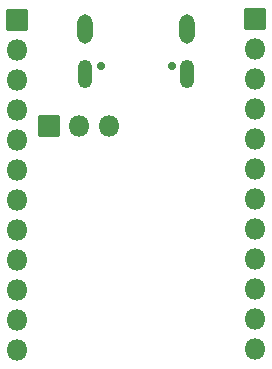
<source format=gbr>
%TF.GenerationSoftware,KiCad,Pcbnew,6.0.0*%
%TF.CreationDate,2022-01-30T15:16:09-05:00*%
%TF.ProjectId,stm32wb55ce_development_board,73746d33-3277-4623-9535-63655f646576,rev?*%
%TF.SameCoordinates,Original*%
%TF.FileFunction,Soldermask,Bot*%
%TF.FilePolarity,Negative*%
%FSLAX46Y46*%
G04 Gerber Fmt 4.6, Leading zero omitted, Abs format (unit mm)*
G04 Created by KiCad (PCBNEW 6.0.0) date 2022-01-30 15:16:09*
%MOMM*%
%LPD*%
G01*
G04 APERTURE LIST*
G04 Aperture macros list*
%AMRoundRect*
0 Rectangle with rounded corners*
0 $1 Rounding radius*
0 $2 $3 $4 $5 $6 $7 $8 $9 X,Y pos of 4 corners*
0 Add a 4 corners polygon primitive as box body*
4,1,4,$2,$3,$4,$5,$6,$7,$8,$9,$2,$3,0*
0 Add four circle primitives for the rounded corners*
1,1,$1+$1,$2,$3*
1,1,$1+$1,$4,$5*
1,1,$1+$1,$6,$7*
1,1,$1+$1,$8,$9*
0 Add four rect primitives between the rounded corners*
20,1,$1+$1,$2,$3,$4,$5,0*
20,1,$1+$1,$4,$5,$6,$7,0*
20,1,$1+$1,$6,$7,$8,$9,0*
20,1,$1+$1,$8,$9,$2,$3,0*%
G04 Aperture macros list end*
%ADD10RoundRect,0.050000X-0.850000X-0.850000X0.850000X-0.850000X0.850000X0.850000X-0.850000X0.850000X0*%
%ADD11O,1.800000X1.800000*%
%ADD12RoundRect,0.050000X0.850000X-0.850000X0.850000X0.850000X-0.850000X0.850000X-0.850000X-0.850000X0*%
%ADD13O,1.300000X2.500000*%
%ADD14O,1.258000X2.416000*%
%ADD15C,0.730000*%
%ADD16C,0.700000*%
G04 APERTURE END LIST*
D10*
%TO.C,J3*%
X175920000Y-64480000D03*
D11*
X175920000Y-67020000D03*
X175920000Y-69560000D03*
X175920000Y-72100000D03*
X175920000Y-74640000D03*
X175920000Y-77180000D03*
X175920000Y-79720000D03*
X175920000Y-82260000D03*
X175920000Y-84800000D03*
X175920000Y-87340000D03*
X175920000Y-89880000D03*
X175920000Y-92420000D03*
%TD*%
D10*
%TO.C,J1*%
X155740000Y-64520000D03*
D11*
X155740000Y-67060000D03*
X155740000Y-69600000D03*
X155740000Y-72140000D03*
X155740000Y-74680000D03*
X155740000Y-77220000D03*
X155740000Y-79760000D03*
X155740000Y-82300000D03*
X155740000Y-84840000D03*
X155740000Y-87380000D03*
X155740000Y-89920000D03*
X155740000Y-92460000D03*
%TD*%
D12*
%TO.C,J4*%
X158450000Y-73550000D03*
D11*
X160990000Y-73550000D03*
X163530000Y-73550000D03*
%TD*%
D13*
%TO.C,J2*%
X161505000Y-65325000D03*
X170145000Y-65325000D03*
D14*
X161505000Y-69150000D03*
X170145000Y-69150000D03*
D15*
X168825000Y-68425000D03*
X162825000Y-68425000D03*
D16*
X162825000Y-68425000D03*
%TD*%
M02*

</source>
